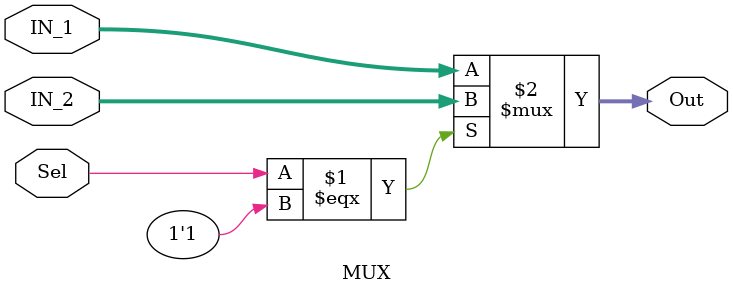
<source format=v>
module MUX(IN_1, IN_2, Sel, Out);
input[31:0] IN_1;
input[31:0] IN_2;
input Sel;
output[31:0] Out;

assign Out = (Sel === 1)?IN_2:IN_1;

endmodule

</source>
